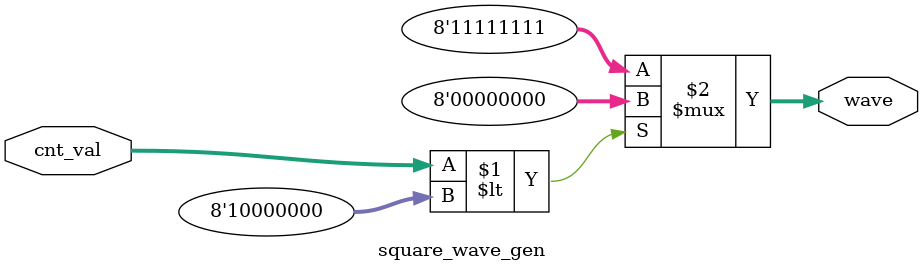
<source format=v>
module square_wave_gen (
    cnt_val,
    wave
);

input   [7:0]   cnt_val;
output  [7:0]   wave;

assign wave = (cnt_val < 8'd128) ? 8'd0 : 8'd255;

endmodule
</source>
